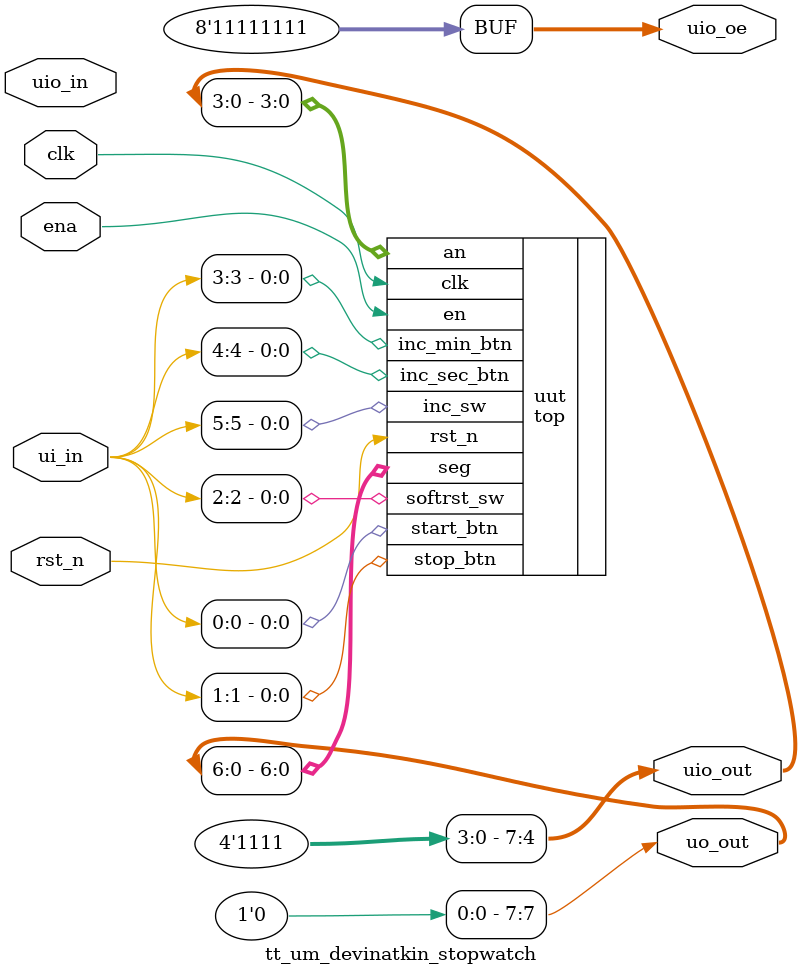
<source format=v>
module tt_um_devinatkin_stopwatch
(
    input  wire [7:0] ui_in,    // Dedicated inputs - connected to the input switches
    output wire [7:0] uo_out,   // Dedicated outputs - connected to the 7 segment display
    input  wire [7:0] uio_in,   // IOs: Bidirectional Input path
    output wire [7:0] uio_out,  // IOs: Bidirectional Output path
    output wire [7:0] uio_oe,   // IOs: Bidirectional Enable path (active high: 0=input, 1=output)
    input  wire       ena,      // will go high when the design is enabled
    input  wire       clk,      // clock
    input  wire       rst_n     // reset_n - low to reset
);

    // Instantiate the top module
    top uut (
        .clk(clk),
        .rst_n(rst_n),
        .en(ena),
        .start_btn(ui_in[0]),
        .stop_btn(ui_in[1]),
        .softrst_sw(ui_in[2]),
        .inc_min_btn(ui_in[3]),
        .inc_sec_btn(ui_in[4]),
        .inc_sw(ui_in[5]),
        .seg(uo_out[6:0]),
        .an(uio_out[3:0])
    );
assign uo_out[7] = 1'b0;

assign uio_out[7:4] = 4'b1111;

assign uio_oe = 8'b11111111;
endmodule


</source>
